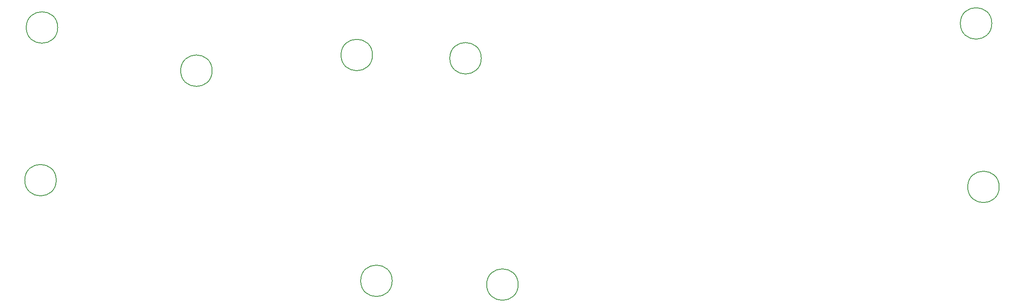
<source format=gbr>
G04 #@! TF.GenerationSoftware,KiCad,Pcbnew,9.0.1*
G04 #@! TF.CreationDate,2025-04-11T16:06:49-05:00*
G04 #@! TF.ProjectId,Soundlaser,536f756e-646c-4617-9365-722e6b696361,rev?*
G04 #@! TF.SameCoordinates,Original*
G04 #@! TF.FileFunction,Other,Comment*
%FSLAX46Y46*%
G04 Gerber Fmt 4.6, Leading zero omitted, Abs format (unit mm)*
G04 Created by KiCad (PCBNEW 9.0.1) date 2025-04-11 16:06:49*
%MOMM*%
%LPD*%
G01*
G04 APERTURE LIST*
%ADD10C,0.150000*%
G04 APERTURE END LIST*
D10*
G04 #@! TO.C,H6*
X137802837Y-142700000D02*
G75*
G02*
X131402837Y-142700000I-3200000J0D01*
G01*
X131402837Y-142700000D02*
G75*
G02*
X137802837Y-142700000I3200000J0D01*
G01*
G04 #@! TO.C,H2*
X328021250Y-110770000D02*
G75*
G02*
X321621250Y-110770000I-3200000J0D01*
G01*
X321621250Y-110770000D02*
G75*
G02*
X328021250Y-110770000I3200000J0D01*
G01*
G04 #@! TO.C,H4*
X329521250Y-144070000D02*
G75*
G02*
X323121250Y-144070000I-3200000J0D01*
G01*
X323121250Y-144070000D02*
G75*
G02*
X329521250Y-144070000I3200000J0D01*
G01*
G04 #@! TO.C,H7*
X138102837Y-111600000D02*
G75*
G02*
X131702837Y-111600000I-3200000J0D01*
G01*
X131702837Y-111600000D02*
G75*
G02*
X138102837Y-111600000I3200000J0D01*
G01*
G04 #@! TO.C,H5*
X202102837Y-117200000D02*
G75*
G02*
X195702837Y-117200000I-3200000J0D01*
G01*
X195702837Y-117200000D02*
G75*
G02*
X202102837Y-117200000I3200000J0D01*
G01*
G04 #@! TO.C,H9*
X169502837Y-120400000D02*
G75*
G02*
X163102837Y-120400000I-3200000J0D01*
G01*
X163102837Y-120400000D02*
G75*
G02*
X169502837Y-120400000I3200000J0D01*
G01*
G04 #@! TO.C,H1*
X224221250Y-117870000D02*
G75*
G02*
X217821250Y-117870000I-3200000J0D01*
G01*
X217821250Y-117870000D02*
G75*
G02*
X224221250Y-117870000I3200000J0D01*
G01*
G04 #@! TO.C,H3*
X231721250Y-163970000D02*
G75*
G02*
X225321250Y-163970000I-3200000J0D01*
G01*
X225321250Y-163970000D02*
G75*
G02*
X231721250Y-163970000I3200000J0D01*
G01*
G04 #@! TO.C,H8*
X206102837Y-163200000D02*
G75*
G02*
X199702837Y-163200000I-3200000J0D01*
G01*
X199702837Y-163200000D02*
G75*
G02*
X206102837Y-163200000I3200000J0D01*
G01*
G04 #@! TD*
M02*

</source>
